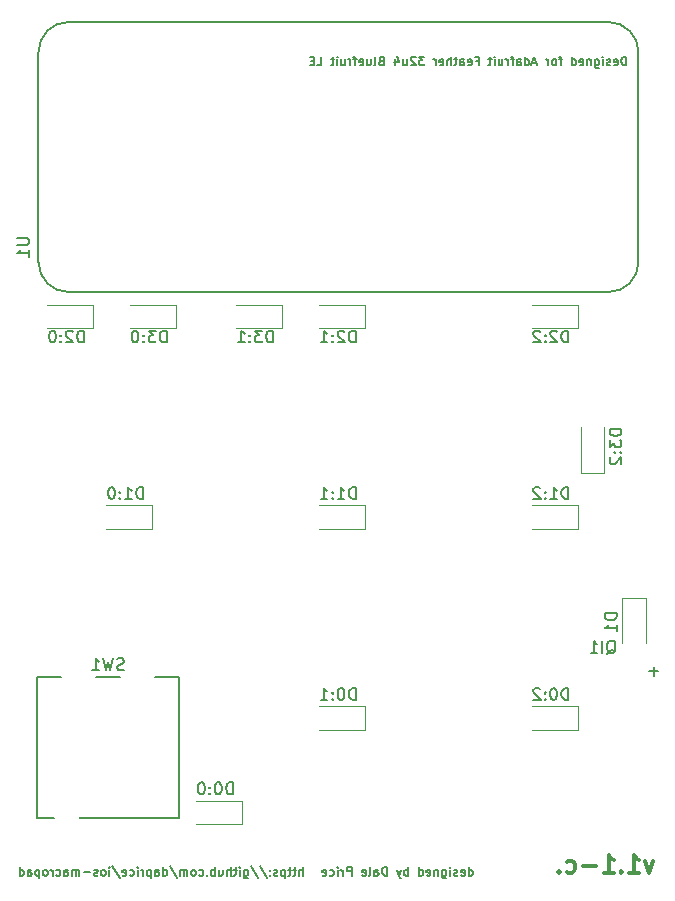
<source format=gbo>
G04 #@! TF.GenerationSoftware,KiCad,Pcbnew,(5.1.5-0-10_14)*
G04 #@! TF.CreationDate,2020-01-22T02:54:57-06:00*
G04 #@! TF.ProjectId,imacro,696d6163-726f-42e6-9b69-6361645f7063,rev?*
G04 #@! TF.SameCoordinates,Original*
G04 #@! TF.FileFunction,Legend,Bot*
G04 #@! TF.FilePolarity,Positive*
%FSLAX46Y46*%
G04 Gerber Fmt 4.6, Leading zero omitted, Abs format (unit mm)*
G04 Created by KiCad (PCBNEW (5.1.5-0-10_14)) date 2020-01-22 02:54:57*
%MOMM*%
%LPD*%
G04 APERTURE LIST*
%ADD10C,0.184500*%
%ADD11C,0.300000*%
%ADD12C,0.150000*%
%ADD13C,0.120000*%
%ADD14C,2.006600*%
%ADD15C,3.530600*%
%ADD16C,2.133600*%
%ADD17C,1.092200*%
%ADD18C,1.803400*%
%ADD19C,1.625600*%
%ADD20R,1.301600X1.001600*%
%ADD21R,1.001600X1.301600*%
%ADD22R,1.201600X1.201600*%
G04 APERTURE END LIST*
D10*
X123354285Y-56733857D02*
X123354285Y-55995857D01*
X123178571Y-55995857D01*
X123073142Y-56031000D01*
X123002857Y-56101285D01*
X122967714Y-56171571D01*
X122932571Y-56312142D01*
X122932571Y-56417571D01*
X122967714Y-56558142D01*
X123002857Y-56628428D01*
X123073142Y-56698714D01*
X123178571Y-56733857D01*
X123354285Y-56733857D01*
X122335142Y-56698714D02*
X122405428Y-56733857D01*
X122546000Y-56733857D01*
X122616285Y-56698714D01*
X122651428Y-56628428D01*
X122651428Y-56347285D01*
X122616285Y-56277000D01*
X122546000Y-56241857D01*
X122405428Y-56241857D01*
X122335142Y-56277000D01*
X122300000Y-56347285D01*
X122300000Y-56417571D01*
X122651428Y-56487857D01*
X122018857Y-56698714D02*
X121948571Y-56733857D01*
X121808000Y-56733857D01*
X121737714Y-56698714D01*
X121702571Y-56628428D01*
X121702571Y-56593285D01*
X121737714Y-56523000D01*
X121808000Y-56487857D01*
X121913428Y-56487857D01*
X121983714Y-56452714D01*
X122018857Y-56382428D01*
X122018857Y-56347285D01*
X121983714Y-56277000D01*
X121913428Y-56241857D01*
X121808000Y-56241857D01*
X121737714Y-56277000D01*
X121386285Y-56733857D02*
X121386285Y-56241857D01*
X121386285Y-55995857D02*
X121421428Y-56031000D01*
X121386285Y-56066142D01*
X121351142Y-56031000D01*
X121386285Y-55995857D01*
X121386285Y-56066142D01*
X120718571Y-56241857D02*
X120718571Y-56839285D01*
X120753714Y-56909571D01*
X120788857Y-56944714D01*
X120859142Y-56979857D01*
X120964571Y-56979857D01*
X121034857Y-56944714D01*
X120718571Y-56698714D02*
X120788857Y-56733857D01*
X120929428Y-56733857D01*
X120999714Y-56698714D01*
X121034857Y-56663571D01*
X121070000Y-56593285D01*
X121070000Y-56382428D01*
X121034857Y-56312142D01*
X120999714Y-56277000D01*
X120929428Y-56241857D01*
X120788857Y-56241857D01*
X120718571Y-56277000D01*
X120367142Y-56241857D02*
X120367142Y-56733857D01*
X120367142Y-56312142D02*
X120332000Y-56277000D01*
X120261714Y-56241857D01*
X120156285Y-56241857D01*
X120086000Y-56277000D01*
X120050857Y-56347285D01*
X120050857Y-56733857D01*
X119418285Y-56698714D02*
X119488571Y-56733857D01*
X119629142Y-56733857D01*
X119699428Y-56698714D01*
X119734571Y-56628428D01*
X119734571Y-56347285D01*
X119699428Y-56277000D01*
X119629142Y-56241857D01*
X119488571Y-56241857D01*
X119418285Y-56277000D01*
X119383142Y-56347285D01*
X119383142Y-56417571D01*
X119734571Y-56487857D01*
X118750571Y-56733857D02*
X118750571Y-55995857D01*
X118750571Y-56698714D02*
X118820857Y-56733857D01*
X118961428Y-56733857D01*
X119031714Y-56698714D01*
X119066857Y-56663571D01*
X119102000Y-56593285D01*
X119102000Y-56382428D01*
X119066857Y-56312142D01*
X119031714Y-56277000D01*
X118961428Y-56241857D01*
X118820857Y-56241857D01*
X118750571Y-56277000D01*
X117942285Y-56241857D02*
X117661142Y-56241857D01*
X117836857Y-56733857D02*
X117836857Y-56101285D01*
X117801714Y-56031000D01*
X117731428Y-55995857D01*
X117661142Y-55995857D01*
X117309714Y-56733857D02*
X117380000Y-56698714D01*
X117415142Y-56663571D01*
X117450285Y-56593285D01*
X117450285Y-56382428D01*
X117415142Y-56312142D01*
X117380000Y-56277000D01*
X117309714Y-56241857D01*
X117204285Y-56241857D01*
X117134000Y-56277000D01*
X117098857Y-56312142D01*
X117063714Y-56382428D01*
X117063714Y-56593285D01*
X117098857Y-56663571D01*
X117134000Y-56698714D01*
X117204285Y-56733857D01*
X117309714Y-56733857D01*
X116747428Y-56733857D02*
X116747428Y-56241857D01*
X116747428Y-56382428D02*
X116712285Y-56312142D01*
X116677142Y-56277000D01*
X116606857Y-56241857D01*
X116536571Y-56241857D01*
X115763428Y-56523000D02*
X115412000Y-56523000D01*
X115833714Y-56733857D02*
X115587714Y-55995857D01*
X115341714Y-56733857D01*
X114779428Y-56733857D02*
X114779428Y-55995857D01*
X114779428Y-56698714D02*
X114849714Y-56733857D01*
X114990285Y-56733857D01*
X115060571Y-56698714D01*
X115095714Y-56663571D01*
X115130857Y-56593285D01*
X115130857Y-56382428D01*
X115095714Y-56312142D01*
X115060571Y-56277000D01*
X114990285Y-56241857D01*
X114849714Y-56241857D01*
X114779428Y-56277000D01*
X114111714Y-56733857D02*
X114111714Y-56347285D01*
X114146857Y-56277000D01*
X114217142Y-56241857D01*
X114357714Y-56241857D01*
X114428000Y-56277000D01*
X114111714Y-56698714D02*
X114182000Y-56733857D01*
X114357714Y-56733857D01*
X114428000Y-56698714D01*
X114463142Y-56628428D01*
X114463142Y-56558142D01*
X114428000Y-56487857D01*
X114357714Y-56452714D01*
X114182000Y-56452714D01*
X114111714Y-56417571D01*
X113865714Y-56241857D02*
X113584571Y-56241857D01*
X113760285Y-56733857D02*
X113760285Y-56101285D01*
X113725142Y-56031000D01*
X113654857Y-55995857D01*
X113584571Y-55995857D01*
X113338571Y-56733857D02*
X113338571Y-56241857D01*
X113338571Y-56382428D02*
X113303428Y-56312142D01*
X113268285Y-56277000D01*
X113198000Y-56241857D01*
X113127714Y-56241857D01*
X112565428Y-56241857D02*
X112565428Y-56733857D01*
X112881714Y-56241857D02*
X112881714Y-56628428D01*
X112846571Y-56698714D01*
X112776285Y-56733857D01*
X112670857Y-56733857D01*
X112600571Y-56698714D01*
X112565428Y-56663571D01*
X112214000Y-56733857D02*
X112214000Y-56241857D01*
X112214000Y-55995857D02*
X112249142Y-56031000D01*
X112214000Y-56066142D01*
X112178857Y-56031000D01*
X112214000Y-55995857D01*
X112214000Y-56066142D01*
X111968000Y-56241857D02*
X111686857Y-56241857D01*
X111862571Y-55995857D02*
X111862571Y-56628428D01*
X111827428Y-56698714D01*
X111757142Y-56733857D01*
X111686857Y-56733857D01*
X110632571Y-56347285D02*
X110878571Y-56347285D01*
X110878571Y-56733857D02*
X110878571Y-55995857D01*
X110527142Y-55995857D01*
X109964857Y-56698714D02*
X110035142Y-56733857D01*
X110175714Y-56733857D01*
X110246000Y-56698714D01*
X110281142Y-56628428D01*
X110281142Y-56347285D01*
X110246000Y-56277000D01*
X110175714Y-56241857D01*
X110035142Y-56241857D01*
X109964857Y-56277000D01*
X109929714Y-56347285D01*
X109929714Y-56417571D01*
X110281142Y-56487857D01*
X109297142Y-56733857D02*
X109297142Y-56347285D01*
X109332285Y-56277000D01*
X109402571Y-56241857D01*
X109543142Y-56241857D01*
X109613428Y-56277000D01*
X109297142Y-56698714D02*
X109367428Y-56733857D01*
X109543142Y-56733857D01*
X109613428Y-56698714D01*
X109648571Y-56628428D01*
X109648571Y-56558142D01*
X109613428Y-56487857D01*
X109543142Y-56452714D01*
X109367428Y-56452714D01*
X109297142Y-56417571D01*
X109051142Y-56241857D02*
X108770000Y-56241857D01*
X108945714Y-55995857D02*
X108945714Y-56628428D01*
X108910571Y-56698714D01*
X108840285Y-56733857D01*
X108770000Y-56733857D01*
X108524000Y-56733857D02*
X108524000Y-55995857D01*
X108207714Y-56733857D02*
X108207714Y-56347285D01*
X108242857Y-56277000D01*
X108313142Y-56241857D01*
X108418571Y-56241857D01*
X108488857Y-56277000D01*
X108524000Y-56312142D01*
X107575142Y-56698714D02*
X107645428Y-56733857D01*
X107786000Y-56733857D01*
X107856285Y-56698714D01*
X107891428Y-56628428D01*
X107891428Y-56347285D01*
X107856285Y-56277000D01*
X107786000Y-56241857D01*
X107645428Y-56241857D01*
X107575142Y-56277000D01*
X107540000Y-56347285D01*
X107540000Y-56417571D01*
X107891428Y-56487857D01*
X107223714Y-56733857D02*
X107223714Y-56241857D01*
X107223714Y-56382428D02*
X107188571Y-56312142D01*
X107153428Y-56277000D01*
X107083142Y-56241857D01*
X107012857Y-56241857D01*
X106274857Y-55995857D02*
X105818000Y-55995857D01*
X106064000Y-56277000D01*
X105958571Y-56277000D01*
X105888285Y-56312142D01*
X105853142Y-56347285D01*
X105818000Y-56417571D01*
X105818000Y-56593285D01*
X105853142Y-56663571D01*
X105888285Y-56698714D01*
X105958571Y-56733857D01*
X106169428Y-56733857D01*
X106239714Y-56698714D01*
X106274857Y-56663571D01*
X105536857Y-56066142D02*
X105501714Y-56031000D01*
X105431428Y-55995857D01*
X105255714Y-55995857D01*
X105185428Y-56031000D01*
X105150285Y-56066142D01*
X105115142Y-56136428D01*
X105115142Y-56206714D01*
X105150285Y-56312142D01*
X105572000Y-56733857D01*
X105115142Y-56733857D01*
X104482571Y-56241857D02*
X104482571Y-56733857D01*
X104798857Y-56241857D02*
X104798857Y-56628428D01*
X104763714Y-56698714D01*
X104693428Y-56733857D01*
X104587999Y-56733857D01*
X104517714Y-56698714D01*
X104482571Y-56663571D01*
X103814857Y-56241857D02*
X103814857Y-56733857D01*
X103990571Y-55960714D02*
X104166285Y-56487857D01*
X103709428Y-56487857D01*
X102619999Y-56347285D02*
X102514571Y-56382428D01*
X102479428Y-56417571D01*
X102444285Y-56487857D01*
X102444285Y-56593285D01*
X102479428Y-56663571D01*
X102514571Y-56698714D01*
X102584857Y-56733857D01*
X102865999Y-56733857D01*
X102865999Y-55995857D01*
X102619999Y-55995857D01*
X102549714Y-56031000D01*
X102514571Y-56066142D01*
X102479428Y-56136428D01*
X102479428Y-56206714D01*
X102514571Y-56277000D01*
X102549714Y-56312142D01*
X102619999Y-56347285D01*
X102865999Y-56347285D01*
X102022571Y-56733857D02*
X102092857Y-56698714D01*
X102127999Y-56628428D01*
X102127999Y-55995857D01*
X101425142Y-56241857D02*
X101425142Y-56733857D01*
X101741428Y-56241857D02*
X101741428Y-56628428D01*
X101706285Y-56698714D01*
X101635999Y-56733857D01*
X101530571Y-56733857D01*
X101460285Y-56698714D01*
X101425142Y-56663571D01*
X100792571Y-56698714D02*
X100862857Y-56733857D01*
X101003428Y-56733857D01*
X101073714Y-56698714D01*
X101108857Y-56628428D01*
X101108857Y-56347285D01*
X101073714Y-56277000D01*
X101003428Y-56241857D01*
X100862857Y-56241857D01*
X100792571Y-56277000D01*
X100757428Y-56347285D01*
X100757428Y-56417571D01*
X101108857Y-56487857D01*
X100546571Y-56241857D02*
X100265428Y-56241857D01*
X100441142Y-56733857D02*
X100441142Y-56101285D01*
X100405999Y-56031000D01*
X100335714Y-55995857D01*
X100265428Y-55995857D01*
X100019428Y-56733857D02*
X100019428Y-56241857D01*
X100019428Y-56382428D02*
X99984285Y-56312142D01*
X99949142Y-56277000D01*
X99878857Y-56241857D01*
X99808571Y-56241857D01*
X99246285Y-56241857D02*
X99246285Y-56733857D01*
X99562571Y-56241857D02*
X99562571Y-56628428D01*
X99527428Y-56698714D01*
X99457142Y-56733857D01*
X99351714Y-56733857D01*
X99281428Y-56698714D01*
X99246285Y-56663571D01*
X98894857Y-56733857D02*
X98894857Y-56241857D01*
X98894857Y-55995857D02*
X98929999Y-56031000D01*
X98894857Y-56066142D01*
X98859714Y-56031000D01*
X98894857Y-55995857D01*
X98894857Y-56066142D01*
X98648857Y-56241857D02*
X98367714Y-56241857D01*
X98543428Y-55995857D02*
X98543428Y-56628428D01*
X98508285Y-56698714D01*
X98437999Y-56733857D01*
X98367714Y-56733857D01*
X97207999Y-56733857D02*
X97559428Y-56733857D01*
X97559428Y-55995857D01*
X96961999Y-56347285D02*
X96715999Y-56347285D01*
X96610571Y-56733857D02*
X96961999Y-56733857D01*
X96961999Y-55995857D01*
X96610571Y-55995857D01*
X95983714Y-125333857D02*
X95983714Y-124595857D01*
X95667428Y-125333857D02*
X95667428Y-124947285D01*
X95702571Y-124877000D01*
X95772857Y-124841857D01*
X95878285Y-124841857D01*
X95948571Y-124877000D01*
X95983714Y-124912142D01*
X95421428Y-124841857D02*
X95140285Y-124841857D01*
X95316000Y-124595857D02*
X95316000Y-125228428D01*
X95280857Y-125298714D01*
X95210571Y-125333857D01*
X95140285Y-125333857D01*
X94999714Y-124841857D02*
X94718571Y-124841857D01*
X94894285Y-124595857D02*
X94894285Y-125228428D01*
X94859142Y-125298714D01*
X94788857Y-125333857D01*
X94718571Y-125333857D01*
X94472571Y-124841857D02*
X94472571Y-125579857D01*
X94472571Y-124877000D02*
X94402285Y-124841857D01*
X94261714Y-124841857D01*
X94191428Y-124877000D01*
X94156285Y-124912142D01*
X94121142Y-124982428D01*
X94121142Y-125193285D01*
X94156285Y-125263571D01*
X94191428Y-125298714D01*
X94261714Y-125333857D01*
X94402285Y-125333857D01*
X94472571Y-125298714D01*
X93840000Y-125298714D02*
X93769714Y-125333857D01*
X93629142Y-125333857D01*
X93558857Y-125298714D01*
X93523714Y-125228428D01*
X93523714Y-125193285D01*
X93558857Y-125123000D01*
X93629142Y-125087857D01*
X93734571Y-125087857D01*
X93804857Y-125052714D01*
X93840000Y-124982428D01*
X93840000Y-124947285D01*
X93804857Y-124877000D01*
X93734571Y-124841857D01*
X93629142Y-124841857D01*
X93558857Y-124877000D01*
X93207428Y-125263571D02*
X93172285Y-125298714D01*
X93207428Y-125333857D01*
X93242571Y-125298714D01*
X93207428Y-125263571D01*
X93207428Y-125333857D01*
X93207428Y-124877000D02*
X93172285Y-124912142D01*
X93207428Y-124947285D01*
X93242571Y-124912142D01*
X93207428Y-124877000D01*
X93207428Y-124947285D01*
X92328857Y-124560714D02*
X92961428Y-125509571D01*
X91555714Y-124560714D02*
X92188285Y-125509571D01*
X90993428Y-124841857D02*
X90993428Y-125439285D01*
X91028571Y-125509571D01*
X91063714Y-125544714D01*
X91134000Y-125579857D01*
X91239428Y-125579857D01*
X91309714Y-125544714D01*
X90993428Y-125298714D02*
X91063714Y-125333857D01*
X91204285Y-125333857D01*
X91274571Y-125298714D01*
X91309714Y-125263571D01*
X91344857Y-125193285D01*
X91344857Y-124982428D01*
X91309714Y-124912142D01*
X91274571Y-124877000D01*
X91204285Y-124841857D01*
X91063714Y-124841857D01*
X90993428Y-124877000D01*
X90642000Y-125333857D02*
X90642000Y-124841857D01*
X90642000Y-124595857D02*
X90677142Y-124631000D01*
X90642000Y-124666142D01*
X90606857Y-124631000D01*
X90642000Y-124595857D01*
X90642000Y-124666142D01*
X90396000Y-124841857D02*
X90114857Y-124841857D01*
X90290571Y-124595857D02*
X90290571Y-125228428D01*
X90255428Y-125298714D01*
X90185142Y-125333857D01*
X90114857Y-125333857D01*
X89868857Y-125333857D02*
X89868857Y-124595857D01*
X89552571Y-125333857D02*
X89552571Y-124947285D01*
X89587714Y-124877000D01*
X89658000Y-124841857D01*
X89763428Y-124841857D01*
X89833714Y-124877000D01*
X89868857Y-124912142D01*
X88884857Y-124841857D02*
X88884857Y-125333857D01*
X89201142Y-124841857D02*
X89201142Y-125228428D01*
X89166000Y-125298714D01*
X89095714Y-125333857D01*
X88990285Y-125333857D01*
X88920000Y-125298714D01*
X88884857Y-125263571D01*
X88533428Y-125333857D02*
X88533428Y-124595857D01*
X88533428Y-124877000D02*
X88463142Y-124841857D01*
X88322571Y-124841857D01*
X88252285Y-124877000D01*
X88217142Y-124912142D01*
X88182000Y-124982428D01*
X88182000Y-125193285D01*
X88217142Y-125263571D01*
X88252285Y-125298714D01*
X88322571Y-125333857D01*
X88463142Y-125333857D01*
X88533428Y-125298714D01*
X87865714Y-125263571D02*
X87830571Y-125298714D01*
X87865714Y-125333857D01*
X87900857Y-125298714D01*
X87865714Y-125263571D01*
X87865714Y-125333857D01*
X87198000Y-125298714D02*
X87268285Y-125333857D01*
X87408857Y-125333857D01*
X87479142Y-125298714D01*
X87514285Y-125263571D01*
X87549428Y-125193285D01*
X87549428Y-124982428D01*
X87514285Y-124912142D01*
X87479142Y-124877000D01*
X87408857Y-124841857D01*
X87268285Y-124841857D01*
X87198000Y-124877000D01*
X86776285Y-125333857D02*
X86846571Y-125298714D01*
X86881714Y-125263571D01*
X86916857Y-125193285D01*
X86916857Y-124982428D01*
X86881714Y-124912142D01*
X86846571Y-124877000D01*
X86776285Y-124841857D01*
X86670857Y-124841857D01*
X86600571Y-124877000D01*
X86565428Y-124912142D01*
X86530285Y-124982428D01*
X86530285Y-125193285D01*
X86565428Y-125263571D01*
X86600571Y-125298714D01*
X86670857Y-125333857D01*
X86776285Y-125333857D01*
X86214000Y-125333857D02*
X86214000Y-124841857D01*
X86214000Y-124912142D02*
X86178857Y-124877000D01*
X86108571Y-124841857D01*
X86003142Y-124841857D01*
X85932857Y-124877000D01*
X85897714Y-124947285D01*
X85897714Y-125333857D01*
X85897714Y-124947285D02*
X85862571Y-124877000D01*
X85792285Y-124841857D01*
X85686857Y-124841857D01*
X85616571Y-124877000D01*
X85581428Y-124947285D01*
X85581428Y-125333857D01*
X84702857Y-124560714D02*
X85335428Y-125509571D01*
X84140571Y-125333857D02*
X84140571Y-124595857D01*
X84140571Y-125298714D02*
X84210857Y-125333857D01*
X84351428Y-125333857D01*
X84421714Y-125298714D01*
X84456857Y-125263571D01*
X84492000Y-125193285D01*
X84492000Y-124982428D01*
X84456857Y-124912142D01*
X84421714Y-124877000D01*
X84351428Y-124841857D01*
X84210857Y-124841857D01*
X84140571Y-124877000D01*
X83472857Y-125333857D02*
X83472857Y-124947285D01*
X83508000Y-124877000D01*
X83578285Y-124841857D01*
X83718857Y-124841857D01*
X83789142Y-124877000D01*
X83472857Y-125298714D02*
X83543142Y-125333857D01*
X83718857Y-125333857D01*
X83789142Y-125298714D01*
X83824285Y-125228428D01*
X83824285Y-125158142D01*
X83789142Y-125087857D01*
X83718857Y-125052714D01*
X83543142Y-125052714D01*
X83472857Y-125017571D01*
X83121428Y-124841857D02*
X83121428Y-125579857D01*
X83121428Y-124877000D02*
X83051142Y-124841857D01*
X82910571Y-124841857D01*
X82840285Y-124877000D01*
X82805142Y-124912142D01*
X82770000Y-124982428D01*
X82770000Y-125193285D01*
X82805142Y-125263571D01*
X82840285Y-125298714D01*
X82910571Y-125333857D01*
X83051142Y-125333857D01*
X83121428Y-125298714D01*
X82453714Y-125333857D02*
X82453714Y-124841857D01*
X82453714Y-124982428D02*
X82418571Y-124912142D01*
X82383428Y-124877000D01*
X82313142Y-124841857D01*
X82242857Y-124841857D01*
X81996857Y-125333857D02*
X81996857Y-124841857D01*
X81996857Y-124595857D02*
X82032000Y-124631000D01*
X81996857Y-124666142D01*
X81961714Y-124631000D01*
X81996857Y-124595857D01*
X81996857Y-124666142D01*
X81329142Y-125298714D02*
X81399428Y-125333857D01*
X81540000Y-125333857D01*
X81610285Y-125298714D01*
X81645428Y-125263571D01*
X81680571Y-125193285D01*
X81680571Y-124982428D01*
X81645428Y-124912142D01*
X81610285Y-124877000D01*
X81540000Y-124841857D01*
X81399428Y-124841857D01*
X81329142Y-124877000D01*
X80731714Y-125298714D02*
X80802000Y-125333857D01*
X80942571Y-125333857D01*
X81012857Y-125298714D01*
X81048000Y-125228428D01*
X81048000Y-124947285D01*
X81012857Y-124877000D01*
X80942571Y-124841857D01*
X80802000Y-124841857D01*
X80731714Y-124877000D01*
X80696571Y-124947285D01*
X80696571Y-125017571D01*
X81048000Y-125087857D01*
X79853142Y-124560714D02*
X80485714Y-125509571D01*
X79607142Y-125333857D02*
X79607142Y-124841857D01*
X79607142Y-124595857D02*
X79642285Y-124631000D01*
X79607142Y-124666142D01*
X79572000Y-124631000D01*
X79607142Y-124595857D01*
X79607142Y-124666142D01*
X79150285Y-125333857D02*
X79220571Y-125298714D01*
X79255714Y-125263571D01*
X79290857Y-125193285D01*
X79290857Y-124982428D01*
X79255714Y-124912142D01*
X79220571Y-124877000D01*
X79150285Y-124841857D01*
X79044857Y-124841857D01*
X78974571Y-124877000D01*
X78939428Y-124912142D01*
X78904285Y-124982428D01*
X78904285Y-125193285D01*
X78939428Y-125263571D01*
X78974571Y-125298714D01*
X79044857Y-125333857D01*
X79150285Y-125333857D01*
X78623142Y-125298714D02*
X78552857Y-125333857D01*
X78412285Y-125333857D01*
X78342000Y-125298714D01*
X78306857Y-125228428D01*
X78306857Y-125193285D01*
X78342000Y-125123000D01*
X78412285Y-125087857D01*
X78517714Y-125087857D01*
X78588000Y-125052714D01*
X78623142Y-124982428D01*
X78623142Y-124947285D01*
X78588000Y-124877000D01*
X78517714Y-124841857D01*
X78412285Y-124841857D01*
X78342000Y-124877000D01*
X77990571Y-125052714D02*
X77428285Y-125052714D01*
X77076857Y-125333857D02*
X77076857Y-124841857D01*
X77076857Y-124912142D02*
X77041714Y-124877000D01*
X76971428Y-124841857D01*
X76866000Y-124841857D01*
X76795714Y-124877000D01*
X76760571Y-124947285D01*
X76760571Y-125333857D01*
X76760571Y-124947285D02*
X76725428Y-124877000D01*
X76655142Y-124841857D01*
X76549714Y-124841857D01*
X76479428Y-124877000D01*
X76444285Y-124947285D01*
X76444285Y-125333857D01*
X75776571Y-125333857D02*
X75776571Y-124947285D01*
X75811714Y-124877000D01*
X75882000Y-124841857D01*
X76022571Y-124841857D01*
X76092857Y-124877000D01*
X75776571Y-125298714D02*
X75846857Y-125333857D01*
X76022571Y-125333857D01*
X76092857Y-125298714D01*
X76128000Y-125228428D01*
X76128000Y-125158142D01*
X76092857Y-125087857D01*
X76022571Y-125052714D01*
X75846857Y-125052714D01*
X75776571Y-125017571D01*
X75108857Y-125298714D02*
X75179142Y-125333857D01*
X75319714Y-125333857D01*
X75390000Y-125298714D01*
X75425142Y-125263571D01*
X75460285Y-125193285D01*
X75460285Y-124982428D01*
X75425142Y-124912142D01*
X75390000Y-124877000D01*
X75319714Y-124841857D01*
X75179142Y-124841857D01*
X75108857Y-124877000D01*
X74792571Y-125333857D02*
X74792571Y-124841857D01*
X74792571Y-124982428D02*
X74757428Y-124912142D01*
X74722285Y-124877000D01*
X74652000Y-124841857D01*
X74581714Y-124841857D01*
X74230285Y-125333857D02*
X74300571Y-125298714D01*
X74335714Y-125263571D01*
X74370857Y-125193285D01*
X74370857Y-124982428D01*
X74335714Y-124912142D01*
X74300571Y-124877000D01*
X74230285Y-124841857D01*
X74124857Y-124841857D01*
X74054571Y-124877000D01*
X74019428Y-124912142D01*
X73984285Y-124982428D01*
X73984285Y-125193285D01*
X74019428Y-125263571D01*
X74054571Y-125298714D01*
X74124857Y-125333857D01*
X74230285Y-125333857D01*
X73668000Y-124841857D02*
X73668000Y-125579857D01*
X73668000Y-124877000D02*
X73597714Y-124841857D01*
X73457142Y-124841857D01*
X73386857Y-124877000D01*
X73351714Y-124912142D01*
X73316571Y-124982428D01*
X73316571Y-125193285D01*
X73351714Y-125263571D01*
X73386857Y-125298714D01*
X73457142Y-125333857D01*
X73597714Y-125333857D01*
X73668000Y-125298714D01*
X72684000Y-125333857D02*
X72684000Y-124947285D01*
X72719142Y-124877000D01*
X72789428Y-124841857D01*
X72930000Y-124841857D01*
X73000285Y-124877000D01*
X72684000Y-125298714D02*
X72754285Y-125333857D01*
X72930000Y-125333857D01*
X73000285Y-125298714D01*
X73035428Y-125228428D01*
X73035428Y-125158142D01*
X73000285Y-125087857D01*
X72930000Y-125052714D01*
X72754285Y-125052714D01*
X72684000Y-125017571D01*
X72016285Y-125333857D02*
X72016285Y-124595857D01*
X72016285Y-125298714D02*
X72086571Y-125333857D01*
X72227142Y-125333857D01*
X72297428Y-125298714D01*
X72332571Y-125263571D01*
X72367714Y-125193285D01*
X72367714Y-124982428D01*
X72332571Y-124912142D01*
X72297428Y-124877000D01*
X72227142Y-124841857D01*
X72086571Y-124841857D01*
X72016285Y-124877000D01*
X110027000Y-125333857D02*
X110027000Y-124595857D01*
X110027000Y-125298714D02*
X110097285Y-125333857D01*
X110237857Y-125333857D01*
X110308142Y-125298714D01*
X110343285Y-125263571D01*
X110378428Y-125193285D01*
X110378428Y-124982428D01*
X110343285Y-124912142D01*
X110308142Y-124877000D01*
X110237857Y-124841857D01*
X110097285Y-124841857D01*
X110027000Y-124877000D01*
X109394428Y-125298714D02*
X109464714Y-125333857D01*
X109605285Y-125333857D01*
X109675571Y-125298714D01*
X109710714Y-125228428D01*
X109710714Y-124947285D01*
X109675571Y-124877000D01*
X109605285Y-124841857D01*
X109464714Y-124841857D01*
X109394428Y-124877000D01*
X109359285Y-124947285D01*
X109359285Y-125017571D01*
X109710714Y-125087857D01*
X109078142Y-125298714D02*
X109007857Y-125333857D01*
X108867285Y-125333857D01*
X108797000Y-125298714D01*
X108761857Y-125228428D01*
X108761857Y-125193285D01*
X108797000Y-125123000D01*
X108867285Y-125087857D01*
X108972714Y-125087857D01*
X109043000Y-125052714D01*
X109078142Y-124982428D01*
X109078142Y-124947285D01*
X109043000Y-124877000D01*
X108972714Y-124841857D01*
X108867285Y-124841857D01*
X108797000Y-124877000D01*
X108445571Y-125333857D02*
X108445571Y-124841857D01*
X108445571Y-124595857D02*
X108480714Y-124631000D01*
X108445571Y-124666142D01*
X108410428Y-124631000D01*
X108445571Y-124595857D01*
X108445571Y-124666142D01*
X107777857Y-124841857D02*
X107777857Y-125439285D01*
X107813000Y-125509571D01*
X107848142Y-125544714D01*
X107918428Y-125579857D01*
X108023857Y-125579857D01*
X108094142Y-125544714D01*
X107777857Y-125298714D02*
X107848142Y-125333857D01*
X107988714Y-125333857D01*
X108059000Y-125298714D01*
X108094142Y-125263571D01*
X108129285Y-125193285D01*
X108129285Y-124982428D01*
X108094142Y-124912142D01*
X108059000Y-124877000D01*
X107988714Y-124841857D01*
X107848142Y-124841857D01*
X107777857Y-124877000D01*
X107426428Y-124841857D02*
X107426428Y-125333857D01*
X107426428Y-124912142D02*
X107391285Y-124877000D01*
X107321000Y-124841857D01*
X107215571Y-124841857D01*
X107145285Y-124877000D01*
X107110142Y-124947285D01*
X107110142Y-125333857D01*
X106477571Y-125298714D02*
X106547857Y-125333857D01*
X106688428Y-125333857D01*
X106758714Y-125298714D01*
X106793857Y-125228428D01*
X106793857Y-124947285D01*
X106758714Y-124877000D01*
X106688428Y-124841857D01*
X106547857Y-124841857D01*
X106477571Y-124877000D01*
X106442428Y-124947285D01*
X106442428Y-125017571D01*
X106793857Y-125087857D01*
X105809857Y-125333857D02*
X105809857Y-124595857D01*
X105809857Y-125298714D02*
X105880142Y-125333857D01*
X106020714Y-125333857D01*
X106091000Y-125298714D01*
X106126142Y-125263571D01*
X106161285Y-125193285D01*
X106161285Y-124982428D01*
X106126142Y-124912142D01*
X106091000Y-124877000D01*
X106020714Y-124841857D01*
X105880142Y-124841857D01*
X105809857Y-124877000D01*
X104896142Y-125333857D02*
X104896142Y-124595857D01*
X104896142Y-124877000D02*
X104825857Y-124841857D01*
X104685285Y-124841857D01*
X104615000Y-124877000D01*
X104579857Y-124912142D01*
X104544714Y-124982428D01*
X104544714Y-125193285D01*
X104579857Y-125263571D01*
X104615000Y-125298714D01*
X104685285Y-125333857D01*
X104825857Y-125333857D01*
X104896142Y-125298714D01*
X104298714Y-124841857D02*
X104123000Y-125333857D01*
X103947285Y-124841857D02*
X104123000Y-125333857D01*
X104193285Y-125509571D01*
X104228428Y-125544714D01*
X104298714Y-125579857D01*
X103103857Y-125333857D02*
X103103857Y-124595857D01*
X102928142Y-124595857D01*
X102822714Y-124631000D01*
X102752428Y-124701285D01*
X102717285Y-124771571D01*
X102682142Y-124912142D01*
X102682142Y-125017571D01*
X102717285Y-125158142D01*
X102752428Y-125228428D01*
X102822714Y-125298714D01*
X102928142Y-125333857D01*
X103103857Y-125333857D01*
X102049571Y-125333857D02*
X102049571Y-124947285D01*
X102084714Y-124877000D01*
X102155000Y-124841857D01*
X102295571Y-124841857D01*
X102365857Y-124877000D01*
X102049571Y-125298714D02*
X102119857Y-125333857D01*
X102295571Y-125333857D01*
X102365857Y-125298714D01*
X102401000Y-125228428D01*
X102401000Y-125158142D01*
X102365857Y-125087857D01*
X102295571Y-125052714D01*
X102119857Y-125052714D01*
X102049571Y-125017571D01*
X101592714Y-125333857D02*
X101663000Y-125298714D01*
X101698142Y-125228428D01*
X101698142Y-124595857D01*
X101030428Y-125298714D02*
X101100714Y-125333857D01*
X101241285Y-125333857D01*
X101311571Y-125298714D01*
X101346714Y-125228428D01*
X101346714Y-124947285D01*
X101311571Y-124877000D01*
X101241285Y-124841857D01*
X101100714Y-124841857D01*
X101030428Y-124877000D01*
X100995285Y-124947285D01*
X100995285Y-125017571D01*
X101346714Y-125087857D01*
X100116714Y-125333857D02*
X100116714Y-124595857D01*
X99835571Y-124595857D01*
X99765285Y-124631000D01*
X99730142Y-124666142D01*
X99695000Y-124736428D01*
X99695000Y-124841857D01*
X99730142Y-124912142D01*
X99765285Y-124947285D01*
X99835571Y-124982428D01*
X100116714Y-124982428D01*
X99378714Y-125333857D02*
X99378714Y-124841857D01*
X99378714Y-124982428D02*
X99343571Y-124912142D01*
X99308428Y-124877000D01*
X99238142Y-124841857D01*
X99167857Y-124841857D01*
X98921857Y-125333857D02*
X98921857Y-124841857D01*
X98921857Y-124595857D02*
X98957000Y-124631000D01*
X98921857Y-124666142D01*
X98886714Y-124631000D01*
X98921857Y-124595857D01*
X98921857Y-124666142D01*
X98254142Y-125298714D02*
X98324428Y-125333857D01*
X98465000Y-125333857D01*
X98535285Y-125298714D01*
X98570428Y-125263571D01*
X98605571Y-125193285D01*
X98605571Y-124982428D01*
X98570428Y-124912142D01*
X98535285Y-124877000D01*
X98465000Y-124841857D01*
X98324428Y-124841857D01*
X98254142Y-124877000D01*
X97656714Y-125298714D02*
X97727000Y-125333857D01*
X97867571Y-125333857D01*
X97937857Y-125298714D01*
X97973000Y-125228428D01*
X97973000Y-124947285D01*
X97937857Y-124877000D01*
X97867571Y-124841857D01*
X97727000Y-124841857D01*
X97656714Y-124877000D01*
X97621571Y-124947285D01*
X97621571Y-125017571D01*
X97973000Y-125087857D01*
D11*
X125671428Y-124078571D02*
X125314285Y-125078571D01*
X124957142Y-124078571D01*
X123600000Y-125078571D02*
X124457142Y-125078571D01*
X124028571Y-125078571D02*
X124028571Y-123578571D01*
X124171428Y-123792857D01*
X124314285Y-123935714D01*
X124457142Y-124007142D01*
X122957142Y-124935714D02*
X122885714Y-125007142D01*
X122957142Y-125078571D01*
X123028571Y-125007142D01*
X122957142Y-124935714D01*
X122957142Y-125078571D01*
X121457142Y-125078571D02*
X122314285Y-125078571D01*
X121885714Y-125078571D02*
X121885714Y-123578571D01*
X122028571Y-123792857D01*
X122171428Y-123935714D01*
X122314285Y-124007142D01*
X120814285Y-124507142D02*
X119671428Y-124507142D01*
X118314285Y-125007142D02*
X118457142Y-125078571D01*
X118742857Y-125078571D01*
X118885714Y-125007142D01*
X118957142Y-124935714D01*
X119028571Y-124792857D01*
X119028571Y-124364285D01*
X118957142Y-124221428D01*
X118885714Y-124150000D01*
X118742857Y-124078571D01*
X118457142Y-124078571D01*
X118314285Y-124150000D01*
X117671428Y-124935714D02*
X117600000Y-125007142D01*
X117671428Y-125078571D01*
X117742857Y-125007142D01*
X117671428Y-124935714D01*
X117671428Y-125078571D01*
D12*
X80500000Y-108500000D02*
X78500000Y-108500000D01*
X85500000Y-108500000D02*
X83500000Y-108500000D01*
X85500000Y-120500000D02*
X85500000Y-108500000D01*
X73500000Y-120500000D02*
X85500000Y-120500000D01*
X73500000Y-108500000D02*
X73500000Y-120500000D01*
X75500000Y-108500000D02*
X73500000Y-108500000D01*
X76140000Y-75930000D02*
X121860000Y-75930000D01*
X73600000Y-55610000D02*
X73600000Y-73390000D01*
X121860000Y-53070000D02*
X76140000Y-53070000D01*
X124400000Y-73390000D02*
X124400000Y-55610000D01*
X121860000Y-53070000D02*
G75*
G02X124400000Y-55610000I0J-2540000D01*
G01*
X73600000Y-55610000D02*
G75*
G02X76140000Y-53070000I2540000J0D01*
G01*
X76140000Y-75930000D02*
G75*
G02X73600000Y-73390000I0J2540000D01*
G01*
X124400000Y-73390000D02*
G75*
G02X121860000Y-75930000I-2540000J0D01*
G01*
D13*
X121500000Y-91250000D02*
X121500000Y-87350000D01*
X119500000Y-91250000D02*
X119500000Y-87350000D01*
X121500000Y-91250000D02*
X119500000Y-91250000D01*
X94250000Y-77000000D02*
X90350000Y-77000000D01*
X94250000Y-79000000D02*
X90350000Y-79000000D01*
X94250000Y-77000000D02*
X94250000Y-79000000D01*
X85250000Y-77000000D02*
X81350000Y-77000000D01*
X85250000Y-79000000D02*
X81350000Y-79000000D01*
X85250000Y-77000000D02*
X85250000Y-79000000D01*
X119250000Y-77000000D02*
X115350000Y-77000000D01*
X119250000Y-79000000D02*
X115350000Y-79000000D01*
X119250000Y-77000000D02*
X119250000Y-79000000D01*
X101250000Y-77000000D02*
X97350000Y-77000000D01*
X101250000Y-79000000D02*
X97350000Y-79000000D01*
X101250000Y-77000000D02*
X101250000Y-79000000D01*
X78250000Y-77000000D02*
X74350000Y-77000000D01*
X78250000Y-79000000D02*
X74350000Y-79000000D01*
X78250000Y-77000000D02*
X78250000Y-79000000D01*
X119250000Y-94000000D02*
X119250000Y-96000000D01*
X119250000Y-96000000D02*
X115350000Y-96000000D01*
X119250000Y-94000000D02*
X115350000Y-94000000D01*
X101250000Y-94000000D02*
X101250000Y-96000000D01*
X101250000Y-96000000D02*
X97350000Y-96000000D01*
X101250000Y-94000000D02*
X97350000Y-94000000D01*
X83250000Y-94000000D02*
X83250000Y-96000000D01*
X83250000Y-96000000D02*
X79350000Y-96000000D01*
X83250000Y-94000000D02*
X79350000Y-94000000D01*
X123000000Y-101800000D02*
X125000000Y-101800000D01*
X125000000Y-101800000D02*
X125000000Y-105650000D01*
X123000000Y-101800000D02*
X123000000Y-105650000D01*
X119250000Y-111000000D02*
X119250000Y-113000000D01*
X119250000Y-113000000D02*
X115350000Y-113000000D01*
X119250000Y-111000000D02*
X115350000Y-111000000D01*
X101250000Y-111000000D02*
X101250000Y-113000000D01*
X101250000Y-113000000D02*
X97350000Y-113000000D01*
X101250000Y-111000000D02*
X97350000Y-111000000D01*
X90850000Y-119000000D02*
X90850000Y-121000000D01*
X90850000Y-121000000D02*
X86950000Y-121000000D01*
X90850000Y-119000000D02*
X86950000Y-119000000D01*
D12*
X80833333Y-107904761D02*
X80690476Y-107952380D01*
X80452380Y-107952380D01*
X80357142Y-107904761D01*
X80309523Y-107857142D01*
X80261904Y-107761904D01*
X80261904Y-107666666D01*
X80309523Y-107571428D01*
X80357142Y-107523809D01*
X80452380Y-107476190D01*
X80642857Y-107428571D01*
X80738095Y-107380952D01*
X80785714Y-107333333D01*
X80833333Y-107238095D01*
X80833333Y-107142857D01*
X80785714Y-107047619D01*
X80738095Y-107000000D01*
X80642857Y-106952380D01*
X80404761Y-106952380D01*
X80261904Y-107000000D01*
X79928571Y-106952380D02*
X79690476Y-107952380D01*
X79500000Y-107238095D01*
X79309523Y-107952380D01*
X79071428Y-106952380D01*
X78166666Y-107952380D02*
X78738095Y-107952380D01*
X78452380Y-107952380D02*
X78452380Y-106952380D01*
X78547619Y-107095238D01*
X78642857Y-107190476D01*
X78738095Y-107238095D01*
X71782380Y-71358095D02*
X72591904Y-71358095D01*
X72687142Y-71405714D01*
X72734761Y-71453333D01*
X72782380Y-71548571D01*
X72782380Y-71739047D01*
X72734761Y-71834285D01*
X72687142Y-71881904D01*
X72591904Y-71929523D01*
X71782380Y-71929523D01*
X72782380Y-72929523D02*
X72782380Y-72358095D01*
X72782380Y-72643809D02*
X71782380Y-72643809D01*
X71925238Y-72548571D01*
X72020476Y-72453333D01*
X72068095Y-72358095D01*
X122952380Y-87547619D02*
X121952380Y-87547619D01*
X121952380Y-87785714D01*
X122000000Y-87928571D01*
X122095238Y-88023809D01*
X122190476Y-88071428D01*
X122380952Y-88119047D01*
X122523809Y-88119047D01*
X122714285Y-88071428D01*
X122809523Y-88023809D01*
X122904761Y-87928571D01*
X122952380Y-87785714D01*
X122952380Y-87547619D01*
X121952380Y-88452380D02*
X121952380Y-89071428D01*
X122333333Y-88738095D01*
X122333333Y-88880952D01*
X122380952Y-88976190D01*
X122428571Y-89023809D01*
X122523809Y-89071428D01*
X122761904Y-89071428D01*
X122857142Y-89023809D01*
X122904761Y-88976190D01*
X122952380Y-88880952D01*
X122952380Y-88595238D01*
X122904761Y-88500000D01*
X122857142Y-88452380D01*
X122857142Y-89500000D02*
X122904761Y-89547619D01*
X122952380Y-89500000D01*
X122904761Y-89452380D01*
X122857142Y-89500000D01*
X122952380Y-89500000D01*
X122333333Y-89500000D02*
X122380952Y-89547619D01*
X122428571Y-89500000D01*
X122380952Y-89452380D01*
X122333333Y-89500000D01*
X122428571Y-89500000D01*
X122047619Y-89928571D02*
X122000000Y-89976190D01*
X121952380Y-90071428D01*
X121952380Y-90309523D01*
X122000000Y-90404761D01*
X122047619Y-90452380D01*
X122142857Y-90500000D01*
X122238095Y-90500000D01*
X122380952Y-90452380D01*
X122952380Y-89880952D01*
X122952380Y-90500000D01*
X93452380Y-80202380D02*
X93452380Y-79202380D01*
X93214285Y-79202380D01*
X93071428Y-79250000D01*
X92976190Y-79345238D01*
X92928571Y-79440476D01*
X92880952Y-79630952D01*
X92880952Y-79773809D01*
X92928571Y-79964285D01*
X92976190Y-80059523D01*
X93071428Y-80154761D01*
X93214285Y-80202380D01*
X93452380Y-80202380D01*
X92547619Y-79202380D02*
X91928571Y-79202380D01*
X92261904Y-79583333D01*
X92119047Y-79583333D01*
X92023809Y-79630952D01*
X91976190Y-79678571D01*
X91928571Y-79773809D01*
X91928571Y-80011904D01*
X91976190Y-80107142D01*
X92023809Y-80154761D01*
X92119047Y-80202380D01*
X92404761Y-80202380D01*
X92500000Y-80154761D01*
X92547619Y-80107142D01*
X91500000Y-80107142D02*
X91452380Y-80154761D01*
X91500000Y-80202380D01*
X91547619Y-80154761D01*
X91500000Y-80107142D01*
X91500000Y-80202380D01*
X91500000Y-79583333D02*
X91452380Y-79630952D01*
X91500000Y-79678571D01*
X91547619Y-79630952D01*
X91500000Y-79583333D01*
X91500000Y-79678571D01*
X90500000Y-80202380D02*
X91071428Y-80202380D01*
X90785714Y-80202380D02*
X90785714Y-79202380D01*
X90880952Y-79345238D01*
X90976190Y-79440476D01*
X91071428Y-79488095D01*
X84452380Y-80202380D02*
X84452380Y-79202380D01*
X84214285Y-79202380D01*
X84071428Y-79250000D01*
X83976190Y-79345238D01*
X83928571Y-79440476D01*
X83880952Y-79630952D01*
X83880952Y-79773809D01*
X83928571Y-79964285D01*
X83976190Y-80059523D01*
X84071428Y-80154761D01*
X84214285Y-80202380D01*
X84452380Y-80202380D01*
X83547619Y-79202380D02*
X82928571Y-79202380D01*
X83261904Y-79583333D01*
X83119047Y-79583333D01*
X83023809Y-79630952D01*
X82976190Y-79678571D01*
X82928571Y-79773809D01*
X82928571Y-80011904D01*
X82976190Y-80107142D01*
X83023809Y-80154761D01*
X83119047Y-80202380D01*
X83404761Y-80202380D01*
X83500000Y-80154761D01*
X83547619Y-80107142D01*
X82500000Y-80107142D02*
X82452380Y-80154761D01*
X82500000Y-80202380D01*
X82547619Y-80154761D01*
X82500000Y-80107142D01*
X82500000Y-80202380D01*
X82500000Y-79583333D02*
X82452380Y-79630952D01*
X82500000Y-79678571D01*
X82547619Y-79630952D01*
X82500000Y-79583333D01*
X82500000Y-79678571D01*
X81833333Y-79202380D02*
X81738095Y-79202380D01*
X81642857Y-79250000D01*
X81595238Y-79297619D01*
X81547619Y-79392857D01*
X81500000Y-79583333D01*
X81500000Y-79821428D01*
X81547619Y-80011904D01*
X81595238Y-80107142D01*
X81642857Y-80154761D01*
X81738095Y-80202380D01*
X81833333Y-80202380D01*
X81928571Y-80154761D01*
X81976190Y-80107142D01*
X82023809Y-80011904D01*
X82071428Y-79821428D01*
X82071428Y-79583333D01*
X82023809Y-79392857D01*
X81976190Y-79297619D01*
X81928571Y-79250000D01*
X81833333Y-79202380D01*
X118452380Y-80202380D02*
X118452380Y-79202380D01*
X118214285Y-79202380D01*
X118071428Y-79250000D01*
X117976190Y-79345238D01*
X117928571Y-79440476D01*
X117880952Y-79630952D01*
X117880952Y-79773809D01*
X117928571Y-79964285D01*
X117976190Y-80059523D01*
X118071428Y-80154761D01*
X118214285Y-80202380D01*
X118452380Y-80202380D01*
X117500000Y-79297619D02*
X117452380Y-79250000D01*
X117357142Y-79202380D01*
X117119047Y-79202380D01*
X117023809Y-79250000D01*
X116976190Y-79297619D01*
X116928571Y-79392857D01*
X116928571Y-79488095D01*
X116976190Y-79630952D01*
X117547619Y-80202380D01*
X116928571Y-80202380D01*
X116500000Y-80107142D02*
X116452380Y-80154761D01*
X116500000Y-80202380D01*
X116547619Y-80154761D01*
X116500000Y-80107142D01*
X116500000Y-80202380D01*
X116500000Y-79583333D02*
X116452380Y-79630952D01*
X116500000Y-79678571D01*
X116547619Y-79630952D01*
X116500000Y-79583333D01*
X116500000Y-79678571D01*
X116071428Y-79297619D02*
X116023809Y-79250000D01*
X115928571Y-79202380D01*
X115690476Y-79202380D01*
X115595238Y-79250000D01*
X115547619Y-79297619D01*
X115500000Y-79392857D01*
X115500000Y-79488095D01*
X115547619Y-79630952D01*
X116119047Y-80202380D01*
X115500000Y-80202380D01*
X100452380Y-80202380D02*
X100452380Y-79202380D01*
X100214285Y-79202380D01*
X100071428Y-79250000D01*
X99976190Y-79345238D01*
X99928571Y-79440476D01*
X99880952Y-79630952D01*
X99880952Y-79773809D01*
X99928571Y-79964285D01*
X99976190Y-80059523D01*
X100071428Y-80154761D01*
X100214285Y-80202380D01*
X100452380Y-80202380D01*
X99500000Y-79297619D02*
X99452380Y-79250000D01*
X99357142Y-79202380D01*
X99119047Y-79202380D01*
X99023809Y-79250000D01*
X98976190Y-79297619D01*
X98928571Y-79392857D01*
X98928571Y-79488095D01*
X98976190Y-79630952D01*
X99547619Y-80202380D01*
X98928571Y-80202380D01*
X98500000Y-80107142D02*
X98452380Y-80154761D01*
X98500000Y-80202380D01*
X98547619Y-80154761D01*
X98500000Y-80107142D01*
X98500000Y-80202380D01*
X98500000Y-79583333D02*
X98452380Y-79630952D01*
X98500000Y-79678571D01*
X98547619Y-79630952D01*
X98500000Y-79583333D01*
X98500000Y-79678571D01*
X97500000Y-80202380D02*
X98071428Y-80202380D01*
X97785714Y-80202380D02*
X97785714Y-79202380D01*
X97880952Y-79345238D01*
X97976190Y-79440476D01*
X98071428Y-79488095D01*
X77452380Y-80202380D02*
X77452380Y-79202380D01*
X77214285Y-79202380D01*
X77071428Y-79250000D01*
X76976190Y-79345238D01*
X76928571Y-79440476D01*
X76880952Y-79630952D01*
X76880952Y-79773809D01*
X76928571Y-79964285D01*
X76976190Y-80059523D01*
X77071428Y-80154761D01*
X77214285Y-80202380D01*
X77452380Y-80202380D01*
X76500000Y-79297619D02*
X76452380Y-79250000D01*
X76357142Y-79202380D01*
X76119047Y-79202380D01*
X76023809Y-79250000D01*
X75976190Y-79297619D01*
X75928571Y-79392857D01*
X75928571Y-79488095D01*
X75976190Y-79630952D01*
X76547619Y-80202380D01*
X75928571Y-80202380D01*
X75500000Y-80107142D02*
X75452380Y-80154761D01*
X75500000Y-80202380D01*
X75547619Y-80154761D01*
X75500000Y-80107142D01*
X75500000Y-80202380D01*
X75500000Y-79583333D02*
X75452380Y-79630952D01*
X75500000Y-79678571D01*
X75547619Y-79630952D01*
X75500000Y-79583333D01*
X75500000Y-79678571D01*
X74833333Y-79202380D02*
X74738095Y-79202380D01*
X74642857Y-79250000D01*
X74595238Y-79297619D01*
X74547619Y-79392857D01*
X74500000Y-79583333D01*
X74500000Y-79821428D01*
X74547619Y-80011904D01*
X74595238Y-80107142D01*
X74642857Y-80154761D01*
X74738095Y-80202380D01*
X74833333Y-80202380D01*
X74928571Y-80154761D01*
X74976190Y-80107142D01*
X75023809Y-80011904D01*
X75071428Y-79821428D01*
X75071428Y-79583333D01*
X75023809Y-79392857D01*
X74976190Y-79297619D01*
X74928571Y-79250000D01*
X74833333Y-79202380D01*
X118452380Y-93452380D02*
X118452380Y-92452380D01*
X118214285Y-92452380D01*
X118071428Y-92500000D01*
X117976190Y-92595238D01*
X117928571Y-92690476D01*
X117880952Y-92880952D01*
X117880952Y-93023809D01*
X117928571Y-93214285D01*
X117976190Y-93309523D01*
X118071428Y-93404761D01*
X118214285Y-93452380D01*
X118452380Y-93452380D01*
X116928571Y-93452380D02*
X117500000Y-93452380D01*
X117214285Y-93452380D02*
X117214285Y-92452380D01*
X117309523Y-92595238D01*
X117404761Y-92690476D01*
X117500000Y-92738095D01*
X116500000Y-93357142D02*
X116452380Y-93404761D01*
X116500000Y-93452380D01*
X116547619Y-93404761D01*
X116500000Y-93357142D01*
X116500000Y-93452380D01*
X116500000Y-92833333D02*
X116452380Y-92880952D01*
X116500000Y-92928571D01*
X116547619Y-92880952D01*
X116500000Y-92833333D01*
X116500000Y-92928571D01*
X116071428Y-92547619D02*
X116023809Y-92500000D01*
X115928571Y-92452380D01*
X115690476Y-92452380D01*
X115595238Y-92500000D01*
X115547619Y-92547619D01*
X115500000Y-92642857D01*
X115500000Y-92738095D01*
X115547619Y-92880952D01*
X116119047Y-93452380D01*
X115500000Y-93452380D01*
X100452380Y-93452380D02*
X100452380Y-92452380D01*
X100214285Y-92452380D01*
X100071428Y-92500000D01*
X99976190Y-92595238D01*
X99928571Y-92690476D01*
X99880952Y-92880952D01*
X99880952Y-93023809D01*
X99928571Y-93214285D01*
X99976190Y-93309523D01*
X100071428Y-93404761D01*
X100214285Y-93452380D01*
X100452380Y-93452380D01*
X98928571Y-93452380D02*
X99500000Y-93452380D01*
X99214285Y-93452380D02*
X99214285Y-92452380D01*
X99309523Y-92595238D01*
X99404761Y-92690476D01*
X99500000Y-92738095D01*
X98500000Y-93357142D02*
X98452380Y-93404761D01*
X98500000Y-93452380D01*
X98547619Y-93404761D01*
X98500000Y-93357142D01*
X98500000Y-93452380D01*
X98500000Y-92833333D02*
X98452380Y-92880952D01*
X98500000Y-92928571D01*
X98547619Y-92880952D01*
X98500000Y-92833333D01*
X98500000Y-92928571D01*
X97500000Y-93452380D02*
X98071428Y-93452380D01*
X97785714Y-93452380D02*
X97785714Y-92452380D01*
X97880952Y-92595238D01*
X97976190Y-92690476D01*
X98071428Y-92738095D01*
X82452380Y-93452380D02*
X82452380Y-92452380D01*
X82214285Y-92452380D01*
X82071428Y-92500000D01*
X81976190Y-92595238D01*
X81928571Y-92690476D01*
X81880952Y-92880952D01*
X81880952Y-93023809D01*
X81928571Y-93214285D01*
X81976190Y-93309523D01*
X82071428Y-93404761D01*
X82214285Y-93452380D01*
X82452380Y-93452380D01*
X80928571Y-93452380D02*
X81500000Y-93452380D01*
X81214285Y-93452380D02*
X81214285Y-92452380D01*
X81309523Y-92595238D01*
X81404761Y-92690476D01*
X81500000Y-92738095D01*
X80500000Y-93357142D02*
X80452380Y-93404761D01*
X80500000Y-93452380D01*
X80547619Y-93404761D01*
X80500000Y-93357142D01*
X80500000Y-93452380D01*
X80500000Y-92833333D02*
X80452380Y-92880952D01*
X80500000Y-92928571D01*
X80547619Y-92880952D01*
X80500000Y-92833333D01*
X80500000Y-92928571D01*
X79833333Y-92452380D02*
X79738095Y-92452380D01*
X79642857Y-92500000D01*
X79595238Y-92547619D01*
X79547619Y-92642857D01*
X79500000Y-92833333D01*
X79500000Y-93071428D01*
X79547619Y-93261904D01*
X79595238Y-93357142D01*
X79642857Y-93404761D01*
X79738095Y-93452380D01*
X79833333Y-93452380D01*
X79928571Y-93404761D01*
X79976190Y-93357142D01*
X80023809Y-93261904D01*
X80071428Y-93071428D01*
X80071428Y-92833333D01*
X80023809Y-92642857D01*
X79976190Y-92547619D01*
X79928571Y-92500000D01*
X79833333Y-92452380D01*
X122547380Y-103134904D02*
X121547380Y-103134904D01*
X121547380Y-103373000D01*
X121595000Y-103515857D01*
X121690238Y-103611095D01*
X121785476Y-103658714D01*
X121975952Y-103706333D01*
X122118809Y-103706333D01*
X122309285Y-103658714D01*
X122404523Y-103611095D01*
X122499761Y-103515857D01*
X122547380Y-103373000D01*
X122547380Y-103134904D01*
X122547380Y-104658714D02*
X122547380Y-104087285D01*
X122547380Y-104373000D02*
X121547380Y-104373000D01*
X121690238Y-104277761D01*
X121785476Y-104182523D01*
X121833095Y-104087285D01*
X118452380Y-110452380D02*
X118452380Y-109452380D01*
X118214285Y-109452380D01*
X118071428Y-109500000D01*
X117976190Y-109595238D01*
X117928571Y-109690476D01*
X117880952Y-109880952D01*
X117880952Y-110023809D01*
X117928571Y-110214285D01*
X117976190Y-110309523D01*
X118071428Y-110404761D01*
X118214285Y-110452380D01*
X118452380Y-110452380D01*
X117261904Y-109452380D02*
X117166666Y-109452380D01*
X117071428Y-109500000D01*
X117023809Y-109547619D01*
X116976190Y-109642857D01*
X116928571Y-109833333D01*
X116928571Y-110071428D01*
X116976190Y-110261904D01*
X117023809Y-110357142D01*
X117071428Y-110404761D01*
X117166666Y-110452380D01*
X117261904Y-110452380D01*
X117357142Y-110404761D01*
X117404761Y-110357142D01*
X117452380Y-110261904D01*
X117500000Y-110071428D01*
X117500000Y-109833333D01*
X117452380Y-109642857D01*
X117404761Y-109547619D01*
X117357142Y-109500000D01*
X117261904Y-109452380D01*
X116500000Y-110357142D02*
X116452380Y-110404761D01*
X116500000Y-110452380D01*
X116547619Y-110404761D01*
X116500000Y-110357142D01*
X116500000Y-110452380D01*
X116500000Y-109833333D02*
X116452380Y-109880952D01*
X116500000Y-109928571D01*
X116547619Y-109880952D01*
X116500000Y-109833333D01*
X116500000Y-109928571D01*
X116071428Y-109547619D02*
X116023809Y-109500000D01*
X115928571Y-109452380D01*
X115690476Y-109452380D01*
X115595238Y-109500000D01*
X115547619Y-109547619D01*
X115500000Y-109642857D01*
X115500000Y-109738095D01*
X115547619Y-109880952D01*
X116119047Y-110452380D01*
X115500000Y-110452380D01*
X100452380Y-110452380D02*
X100452380Y-109452380D01*
X100214285Y-109452380D01*
X100071428Y-109500000D01*
X99976190Y-109595238D01*
X99928571Y-109690476D01*
X99880952Y-109880952D01*
X99880952Y-110023809D01*
X99928571Y-110214285D01*
X99976190Y-110309523D01*
X100071428Y-110404761D01*
X100214285Y-110452380D01*
X100452380Y-110452380D01*
X99261904Y-109452380D02*
X99166666Y-109452380D01*
X99071428Y-109500000D01*
X99023809Y-109547619D01*
X98976190Y-109642857D01*
X98928571Y-109833333D01*
X98928571Y-110071428D01*
X98976190Y-110261904D01*
X99023809Y-110357142D01*
X99071428Y-110404761D01*
X99166666Y-110452380D01*
X99261904Y-110452380D01*
X99357142Y-110404761D01*
X99404761Y-110357142D01*
X99452380Y-110261904D01*
X99500000Y-110071428D01*
X99500000Y-109833333D01*
X99452380Y-109642857D01*
X99404761Y-109547619D01*
X99357142Y-109500000D01*
X99261904Y-109452380D01*
X98500000Y-110357142D02*
X98452380Y-110404761D01*
X98500000Y-110452380D01*
X98547619Y-110404761D01*
X98500000Y-110357142D01*
X98500000Y-110452380D01*
X98500000Y-109833333D02*
X98452380Y-109880952D01*
X98500000Y-109928571D01*
X98547619Y-109880952D01*
X98500000Y-109833333D01*
X98500000Y-109928571D01*
X97500000Y-110452380D02*
X98071428Y-110452380D01*
X97785714Y-110452380D02*
X97785714Y-109452380D01*
X97880952Y-109595238D01*
X97976190Y-109690476D01*
X98071428Y-109738095D01*
X90052380Y-118452380D02*
X90052380Y-117452380D01*
X89814285Y-117452380D01*
X89671428Y-117500000D01*
X89576190Y-117595238D01*
X89528571Y-117690476D01*
X89480952Y-117880952D01*
X89480952Y-118023809D01*
X89528571Y-118214285D01*
X89576190Y-118309523D01*
X89671428Y-118404761D01*
X89814285Y-118452380D01*
X90052380Y-118452380D01*
X88861904Y-117452380D02*
X88766666Y-117452380D01*
X88671428Y-117500000D01*
X88623809Y-117547619D01*
X88576190Y-117642857D01*
X88528571Y-117833333D01*
X88528571Y-118071428D01*
X88576190Y-118261904D01*
X88623809Y-118357142D01*
X88671428Y-118404761D01*
X88766666Y-118452380D01*
X88861904Y-118452380D01*
X88957142Y-118404761D01*
X89004761Y-118357142D01*
X89052380Y-118261904D01*
X89100000Y-118071428D01*
X89100000Y-117833333D01*
X89052380Y-117642857D01*
X89004761Y-117547619D01*
X88957142Y-117500000D01*
X88861904Y-117452380D01*
X88100000Y-118357142D02*
X88052380Y-118404761D01*
X88100000Y-118452380D01*
X88147619Y-118404761D01*
X88100000Y-118357142D01*
X88100000Y-118452380D01*
X88100000Y-117833333D02*
X88052380Y-117880952D01*
X88100000Y-117928571D01*
X88147619Y-117880952D01*
X88100000Y-117833333D01*
X88100000Y-117928571D01*
X87433333Y-117452380D02*
X87338095Y-117452380D01*
X87242857Y-117500000D01*
X87195238Y-117547619D01*
X87147619Y-117642857D01*
X87100000Y-117833333D01*
X87100000Y-118071428D01*
X87147619Y-118261904D01*
X87195238Y-118357142D01*
X87242857Y-118404761D01*
X87338095Y-118452380D01*
X87433333Y-118452380D01*
X87528571Y-118404761D01*
X87576190Y-118357142D01*
X87623809Y-118261904D01*
X87671428Y-118071428D01*
X87671428Y-117833333D01*
X87623809Y-117642857D01*
X87576190Y-117547619D01*
X87528571Y-117500000D01*
X87433333Y-117452380D01*
X121733333Y-106547619D02*
X121828571Y-106500000D01*
X121923809Y-106404761D01*
X122066666Y-106261904D01*
X122161904Y-106214285D01*
X122257142Y-106214285D01*
X122209523Y-106452380D02*
X122304761Y-106404761D01*
X122400000Y-106309523D01*
X122447619Y-106119047D01*
X122447619Y-105785714D01*
X122400000Y-105595238D01*
X122304761Y-105500000D01*
X122209523Y-105452380D01*
X122019047Y-105452380D01*
X121923809Y-105500000D01*
X121828571Y-105595238D01*
X121780952Y-105785714D01*
X121780952Y-106119047D01*
X121828571Y-106309523D01*
X121923809Y-106404761D01*
X122019047Y-106452380D01*
X122209523Y-106452380D01*
X121352380Y-106452380D02*
X121352380Y-105452380D01*
X120352380Y-106452380D02*
X120923809Y-106452380D01*
X120638095Y-106452380D02*
X120638095Y-105452380D01*
X120733333Y-105595238D01*
X120828571Y-105690476D01*
X120923809Y-105738095D01*
X126061952Y-108031428D02*
X125300047Y-108031428D01*
X125681000Y-108412380D02*
X125681000Y-107650476D01*
%LPC*%
D14*
X82150000Y-108000000D03*
X76850000Y-108000000D03*
D15*
X81000000Y-64293750D03*
D16*
X76000000Y-68093750D03*
X81000000Y-70193750D03*
D17*
X86220000Y-60093750D03*
D18*
X86500000Y-64293750D03*
X75500000Y-64293750D03*
D15*
X99000000Y-82550000D03*
D16*
X94000000Y-86350000D03*
X99000000Y-88450000D03*
D17*
X104220000Y-78350000D03*
D18*
X104500000Y-82550000D03*
X93500000Y-82550000D03*
X75500000Y-82550000D03*
X86500000Y-82550000D03*
D17*
X86220000Y-78350000D03*
D16*
X81000000Y-88450000D03*
X76000000Y-86350000D03*
D15*
X81000000Y-82550000D03*
D18*
X75500000Y-116550000D03*
X86500000Y-116550000D03*
D17*
X86220000Y-112350000D03*
D16*
X81000000Y-122450000D03*
X76000000Y-120350000D03*
D15*
X81000000Y-116550000D03*
D18*
X93500000Y-116550000D03*
X104500000Y-116550000D03*
D17*
X104220000Y-112350000D03*
D16*
X99000000Y-122450000D03*
X94000000Y-120350000D03*
D15*
X99000000Y-116550000D03*
D18*
X111500000Y-116550000D03*
X122500000Y-116550000D03*
D17*
X122220000Y-112350000D03*
D16*
X117000000Y-122450000D03*
X112000000Y-120350000D03*
D15*
X117000000Y-116550000D03*
D18*
X75500000Y-99550000D03*
X86500000Y-99550000D03*
D17*
X86220000Y-95350000D03*
D16*
X81000000Y-105450000D03*
X76000000Y-103350000D03*
D15*
X81000000Y-99550000D03*
D18*
X93500000Y-99550000D03*
X104500000Y-99550000D03*
D17*
X104220000Y-95350000D03*
D16*
X99000000Y-105450000D03*
X94000000Y-103350000D03*
D15*
X99000000Y-99550000D03*
D18*
X111500000Y-99550000D03*
X122500000Y-99550000D03*
D17*
X122220000Y-95350000D03*
D16*
X117000000Y-105450000D03*
X112000000Y-103350000D03*
D15*
X117000000Y-99550000D03*
X117000000Y-82550000D03*
D16*
X112000000Y-86350000D03*
X117000000Y-88450000D03*
D17*
X122220000Y-78350000D03*
D18*
X122500000Y-82550000D03*
X111500000Y-82550000D03*
D15*
X99000000Y-64293750D03*
D16*
X94000000Y-68093750D03*
X99000000Y-70193750D03*
D17*
X104220000Y-60093750D03*
D18*
X104500000Y-64293750D03*
X93500000Y-64293750D03*
D15*
X117000000Y-64293750D03*
D16*
X112000000Y-68093750D03*
X117000000Y-70193750D03*
D17*
X122220000Y-60093750D03*
D18*
X122500000Y-64293750D03*
X111500000Y-64293750D03*
D19*
X90110000Y-74660000D03*
X92650000Y-74660000D03*
X95190000Y-74660000D03*
X97730000Y-74660000D03*
X100270000Y-74660000D03*
X102810000Y-74660000D03*
X105350000Y-74660000D03*
X107890000Y-74660000D03*
X110430000Y-74660000D03*
X112970000Y-74660000D03*
X115510000Y-74660000D03*
X118050000Y-74660000D03*
X118050000Y-54340000D03*
X115510000Y-54340000D03*
X112970000Y-54340000D03*
X110430000Y-54340000D03*
X107890000Y-54340000D03*
X105350000Y-54340000D03*
X102810000Y-54340000D03*
X100270000Y-54340000D03*
X97730000Y-54340000D03*
X95190000Y-54340000D03*
X92650000Y-54340000D03*
X90110000Y-54340000D03*
X87570000Y-54340000D03*
X85030000Y-54340000D03*
X82490000Y-54340000D03*
X79950000Y-54340000D03*
D20*
X120500000Y-87350000D03*
X120500000Y-90650000D03*
D21*
X90350000Y-78000000D03*
X93650000Y-78000000D03*
X81350000Y-78000000D03*
X84650000Y-78000000D03*
X115350000Y-78000000D03*
X118650000Y-78000000D03*
X97350000Y-78000000D03*
X100650000Y-78000000D03*
X74350000Y-78000000D03*
X77650000Y-78000000D03*
X118650000Y-95000000D03*
X115350000Y-95000000D03*
X100650000Y-95000000D03*
X97350000Y-95000000D03*
X82650000Y-95000000D03*
X79350000Y-95000000D03*
D22*
X124000000Y-102600000D03*
X124000000Y-105400000D03*
D21*
X118650000Y-112000000D03*
X115350000Y-112000000D03*
X100650000Y-112000000D03*
X97350000Y-112000000D03*
X90250000Y-120000000D03*
X86950000Y-120000000D03*
D14*
X124000000Y-108000000D03*
X121460000Y-108000000D03*
M02*

</source>
